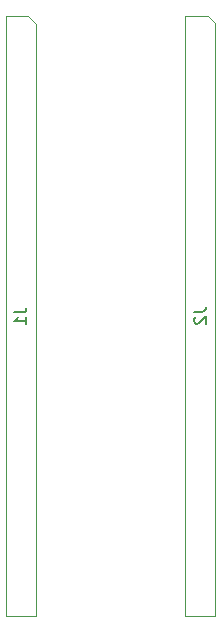
<source format=gbr>
G04 #@! TF.GenerationSoftware,KiCad,Pcbnew,no-vcs-found-91ed3e2~59~ubuntu16.04.1*
G04 #@! TF.CreationDate,2017-10-23T14:28:14-03:00*
G04 #@! TF.ProjectId,ciaa-z3r0,636961612D7A3372302E6B696361645F,rev?*
G04 #@! TF.SameCoordinates,Original*
G04 #@! TF.FileFunction,Other,Fab,Bot*
%FSLAX46Y46*%
G04 Gerber Fmt 4.6, Leading zero omitted, Abs format (unit mm)*
G04 Created by KiCad (PCBNEW no-vcs-found-91ed3e2~59~ubuntu16.04.1) date Mon Oct 23 14:28:14 2017*
%MOMM*%
%LPD*%
G01*
G04 APERTURE LIST*
%ADD10C,0.100000*%
%ADD11C,0.150000*%
G04 APERTURE END LIST*
D10*
X120808000Y-71190000D02*
X120173000Y-70555000D01*
X120808000Y-121355000D02*
X120808000Y-71190000D01*
X118268000Y-121355000D02*
X120808000Y-121355000D01*
X118268000Y-70555000D02*
X118268000Y-121355000D01*
X120173000Y-70555000D02*
X118268000Y-70555000D01*
X135375619Y-70512500D02*
X133470619Y-70512500D01*
X133470619Y-70512500D02*
X133470619Y-121312500D01*
X133470619Y-121312500D02*
X136010619Y-121312500D01*
X136010619Y-121312500D02*
X136010619Y-71147500D01*
X136010619Y-71147500D02*
X135375619Y-70512500D01*
D11*
X118990380Y-95621666D02*
X119704666Y-95621666D01*
X119847523Y-95574047D01*
X119942761Y-95478809D01*
X119990380Y-95335952D01*
X119990380Y-95240714D01*
X119990380Y-96621666D02*
X119990380Y-96050238D01*
X119990380Y-96335952D02*
X118990380Y-96335952D01*
X119133238Y-96240714D01*
X119228476Y-96145476D01*
X119276095Y-96050238D01*
X134192999Y-95579166D02*
X134907285Y-95579166D01*
X135050142Y-95531547D01*
X135145380Y-95436309D01*
X135192999Y-95293452D01*
X135192999Y-95198214D01*
X134288238Y-96007738D02*
X134240619Y-96055357D01*
X134192999Y-96150595D01*
X134192999Y-96388690D01*
X134240619Y-96483928D01*
X134288238Y-96531547D01*
X134383476Y-96579166D01*
X134478714Y-96579166D01*
X134621571Y-96531547D01*
X135192999Y-95960119D01*
X135192999Y-96579166D01*
M02*

</source>
